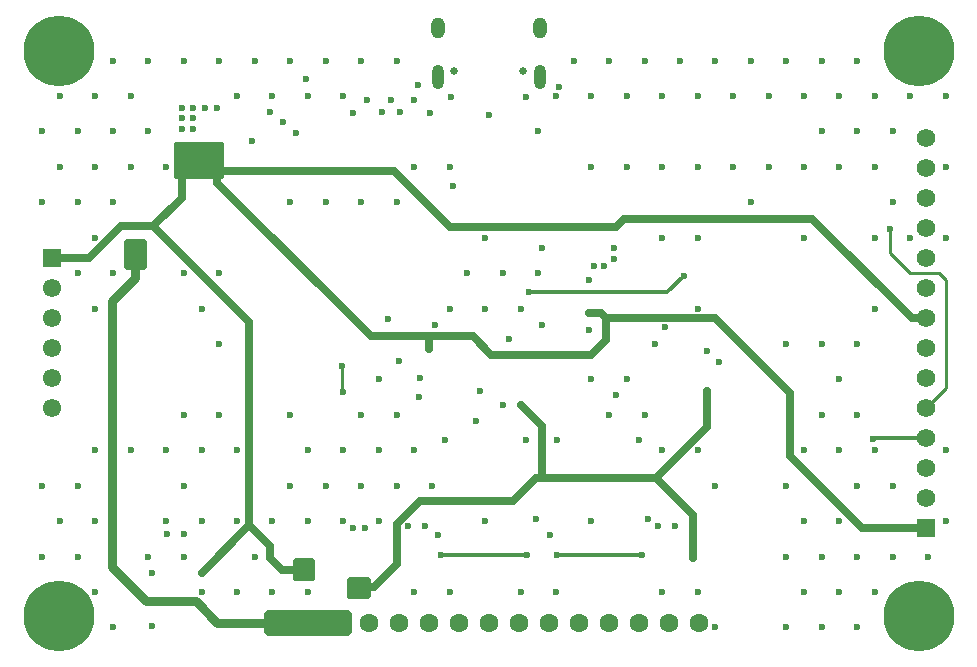
<source format=gbl>
G04*
G04 #@! TF.GenerationSoftware,Altium Limited,Altium Designer,26.1.1 (7)*
G04*
G04 Layer_Physical_Order=4*
G04 Layer_Color=16711680*
%FSLAX25Y25*%
%MOIN*%
G70*
G04*
G04 #@! TF.SameCoordinates,80A9187B-927A-44A2-B289-347268ADEE1A*
G04*
G04*
G04 #@! TF.FilePolarity,Positive*
G04*
G01*
G75*
%ADD10C,0.00984*%
%ADD48R,0.06181X0.06181*%
%ADD49C,0.06181*%
%ADD54C,0.03150*%
%ADD55C,0.02756*%
%ADD56C,0.01374*%
%ADD59O,0.03937X0.08268*%
%ADD60C,0.02559*%
%ADD61O,0.04724X0.07087*%
%ADD62R,0.06102X0.06102*%
%ADD63C,0.06102*%
%ADD64C,0.06299*%
G04:AMPARAMS|DCode=65|XSize=62.99mil|YSize=62.99mil|CornerRadius=15.75mil|HoleSize=0mil|Usage=FLASHONLY|Rotation=0.000|XOffset=0mil|YOffset=0mil|HoleType=Round|Shape=RoundedRectangle|*
%AMROUNDEDRECTD65*
21,1,0.06299,0.03150,0,0,0.0*
21,1,0.03150,0.06299,0,0,0.0*
1,1,0.03150,0.01575,-0.01575*
1,1,0.03150,-0.01575,-0.01575*
1,1,0.03150,-0.01575,0.01575*
1,1,0.03150,0.01575,0.01575*
%
%ADD65ROUNDEDRECTD65*%
%ADD66C,0.23622*%
%ADD67C,0.02362*%
G36*
X69291Y171653D02*
X69291Y160236D01*
X68898Y159843D01*
X53150D01*
X52756Y160236D01*
X52756Y171653D01*
X53150Y172047D01*
X68898D01*
X69291Y171653D01*
D02*
G37*
G36*
X43701Y138976D02*
X43701Y130315D01*
X42913Y129528D01*
X36614D01*
X35827Y130315D01*
Y138976D01*
X36614Y139764D01*
X42913Y139764D01*
X43701Y138976D01*
D02*
G37*
G36*
X98819Y33465D02*
X99606Y32677D01*
X99606Y26378D01*
X98819Y25591D01*
X92913D01*
X92126Y26378D01*
X92126Y32677D01*
X92913Y33465D01*
X98819Y33465D01*
D02*
G37*
G36*
X118110Y26378D02*
X118110Y20472D01*
X117323Y19685D01*
X111024Y19685D01*
X110236Y20472D01*
X110236Y26378D01*
X111024Y27165D01*
X117323Y27165D01*
X118110Y26378D01*
D02*
G37*
G36*
X111811Y14961D02*
Y8661D01*
X110630Y7480D01*
X83858D01*
X82677Y8661D01*
X82677Y14961D01*
X83858Y16142D01*
X110630D01*
X111811Y14961D01*
D02*
G37*
D10*
X298031Y128347D02*
X307480D01*
X309842Y125984D01*
Y89961D02*
Y125984D01*
X291339Y135039D02*
Y142913D01*
Y135039D02*
X298031Y128347D01*
X303150Y83268D02*
X309842Y89961D01*
X108760Y88681D02*
Y97342D01*
Y88681D02*
X108858Y88583D01*
D48*
X303150Y43268D02*
D03*
D49*
Y53268D02*
D03*
Y63268D02*
D03*
Y73268D02*
D03*
Y83268D02*
D03*
Y93268D02*
D03*
Y103268D02*
D03*
Y113268D02*
D03*
Y123268D02*
D03*
Y133268D02*
D03*
Y143268D02*
D03*
Y153268D02*
D03*
Y163268D02*
D03*
Y173268D02*
D03*
D54*
X66929Y11811D02*
X87480D01*
X59842Y18898D02*
X66929Y11811D01*
X39764Y131178D02*
X40082Y131496D01*
X41732D01*
X39764Y126772D02*
Y132359D01*
X31890Y118898D02*
X39764Y126772D01*
X31890Y30315D02*
Y118898D01*
Y30315D02*
X43307Y18898D01*
X59842D01*
X87480Y11811D02*
X97480D01*
X107480D01*
D55*
X265354Y146457D02*
X298494Y113317D01*
X202559Y146457D02*
X265354D01*
X199803Y143701D02*
X202559Y146457D01*
X298494Y113317D02*
X303100D01*
X303150Y113268D01*
X210630Y60039D02*
X213189D01*
X175197D02*
X210630D01*
X175197D02*
Y77362D01*
X115354Y23819D02*
X119286D01*
X118194Y107283D02*
X123031D01*
X126015Y162370D02*
X134843Y153543D01*
X66929Y158548D02*
Y162205D01*
Y158548D02*
X118194Y107283D01*
X144685Y143701D02*
X199803D01*
X233032Y113386D02*
X257874Y88543D01*
X137598Y107283D02*
X152165D01*
X158268Y101181D01*
X257874Y67323D02*
Y88543D01*
X123031Y107283D02*
X137598D01*
X196653Y113386D02*
X233032D01*
X257874Y67323D02*
X281929Y43268D01*
X158268Y101181D02*
X191732D01*
X196653Y106102D01*
X66929Y162205D02*
X67095Y162370D01*
X134843Y153543D02*
X144685Y143701D01*
X137598Y103150D02*
Y107283D01*
X196653Y106102D02*
Y113386D01*
X194882Y115157D02*
X196653Y113386D01*
X281929Y43268D02*
X303150D01*
X67095Y162370D02*
X126015D01*
X190945Y115157D02*
X194882D01*
X55118Y153543D02*
Y162205D01*
X94095Y27559D02*
Y27953D01*
X88583Y29528D02*
X92520D01*
X94095Y27953D01*
X225590Y33465D02*
Y47638D01*
X213189Y60039D02*
X230315Y77165D01*
X126901Y31434D02*
Y44741D01*
X119286Y23819D02*
X126901Y31434D01*
X213189Y60039D02*
X225590Y47638D01*
X230315Y77165D02*
Y88976D01*
X165545Y52356D02*
X173228Y60039D01*
X175197D01*
X168307Y84252D02*
X175197Y77362D01*
X134516Y52356D02*
X165545D01*
X126901Y44741D02*
X134516Y52356D01*
X84646Y33465D02*
Y37402D01*
Y33465D02*
X88583Y29528D01*
X81939Y40108D02*
X84646Y37402D01*
X81939Y40108D02*
X81939D01*
X77756Y44291D02*
X81939Y40108D01*
X77756Y44291D02*
Y104331D01*
Y112205D01*
X62008Y28543D02*
X77756Y44291D01*
X11811Y133268D02*
X24163D01*
X35089Y144193D01*
X45768D01*
X55118Y153543D01*
X45768Y144193D02*
X77756Y112205D01*
D56*
X170984Y122047D02*
X216929D01*
X222441Y127559D01*
X180118Y34449D02*
X208760D01*
X141732D02*
X170276D01*
X285531Y73228D02*
X285551Y73248D01*
X303130D01*
X303150Y73268D01*
D59*
X140472Y193691D02*
D03*
X174488D02*
D03*
D60*
X168858Y195659D02*
D03*
X146102D02*
D03*
D61*
X174488Y210148D02*
D03*
X140472D02*
D03*
D62*
X11811Y133268D02*
D03*
D63*
Y123268D02*
D03*
Y113268D02*
D03*
Y103268D02*
D03*
Y93268D02*
D03*
Y83268D02*
D03*
D64*
X197480Y11811D02*
D03*
X187480D02*
D03*
X177480D02*
D03*
X157480D02*
D03*
X147480D02*
D03*
X127480D02*
D03*
X107480D02*
D03*
X97480D02*
D03*
X117480D02*
D03*
X137480D02*
D03*
X167480D02*
D03*
X207480D02*
D03*
X217480D02*
D03*
X227480D02*
D03*
D65*
X87480D02*
D03*
D66*
X300787Y202362D02*
D03*
Y14173D02*
D03*
X14173D02*
D03*
Y202362D02*
D03*
D67*
X291339Y142913D02*
D03*
X309842Y187401D02*
D03*
Y163779D02*
D03*
Y140157D02*
D03*
Y69291D02*
D03*
Y45669D02*
D03*
X303937Y33858D02*
D03*
X298031Y187401D02*
D03*
X292126Y175590D02*
D03*
Y151968D02*
D03*
X298031Y140157D02*
D03*
X292126Y57480D02*
D03*
Y33858D02*
D03*
X280315Y199213D02*
D03*
X286220Y187401D02*
D03*
X280315Y175590D02*
D03*
X286220Y163779D02*
D03*
Y140157D02*
D03*
Y116535D02*
D03*
X280315Y104724D02*
D03*
Y81102D02*
D03*
X286220Y69291D02*
D03*
X280315Y57480D02*
D03*
Y33858D02*
D03*
X286220Y22047D02*
D03*
X280315Y10236D02*
D03*
X268504Y199213D02*
D03*
X274409Y187401D02*
D03*
X268504Y175590D02*
D03*
X274409Y163779D02*
D03*
X268504Y104724D02*
D03*
X274409Y92913D02*
D03*
X268504Y81102D02*
D03*
X274409Y69291D02*
D03*
Y45669D02*
D03*
X268504Y33858D02*
D03*
X274409Y22047D02*
D03*
X268504Y10236D02*
D03*
X256693Y199213D02*
D03*
X262598Y187401D02*
D03*
Y163779D02*
D03*
Y140157D02*
D03*
X256693Y104724D02*
D03*
X262598Y69291D02*
D03*
X256693Y57480D02*
D03*
X262598Y45669D02*
D03*
X256693Y33858D02*
D03*
X262598Y22047D02*
D03*
X256693Y10236D02*
D03*
X244882Y199213D02*
D03*
X250787Y187401D02*
D03*
Y163779D02*
D03*
X244882Y151968D02*
D03*
X233071Y199213D02*
D03*
X238976Y187401D02*
D03*
Y163779D02*
D03*
X233071Y57480D02*
D03*
Y10236D02*
D03*
X221260Y199213D02*
D03*
X227165Y187401D02*
D03*
Y163779D02*
D03*
Y140157D02*
D03*
Y116535D02*
D03*
Y69291D02*
D03*
Y22047D02*
D03*
X209449Y199213D02*
D03*
X215354Y187401D02*
D03*
Y163779D02*
D03*
Y140157D02*
D03*
X209449Y81102D02*
D03*
X215354Y69291D02*
D03*
Y22047D02*
D03*
X197638Y199213D02*
D03*
X203543Y187401D02*
D03*
Y163779D02*
D03*
Y92913D02*
D03*
X197638Y81102D02*
D03*
X185827Y199213D02*
D03*
X191732Y187401D02*
D03*
Y163779D02*
D03*
Y92913D02*
D03*
Y45669D02*
D03*
X179921Y187401D02*
D03*
X174016Y175590D02*
D03*
Y128346D02*
D03*
X179921Y22047D02*
D03*
X162205Y128346D02*
D03*
X168110Y116535D02*
D03*
Y22047D02*
D03*
X156299Y140157D02*
D03*
X150394Y128346D02*
D03*
X156299Y116535D02*
D03*
Y45669D02*
D03*
X144488Y163779D02*
D03*
Y116535D02*
D03*
X138583Y57480D02*
D03*
X144488Y22047D02*
D03*
X126772Y199213D02*
D03*
X132677Y163779D02*
D03*
X126772Y151968D02*
D03*
Y81102D02*
D03*
X132677Y69291D02*
D03*
X126772Y57480D02*
D03*
X132677Y22047D02*
D03*
X114961Y199213D02*
D03*
Y151968D02*
D03*
X120866Y92913D02*
D03*
X114961Y81102D02*
D03*
X120866Y69291D02*
D03*
X114961Y57480D02*
D03*
X120866Y45669D02*
D03*
X103149Y199213D02*
D03*
X109055Y187401D02*
D03*
X103149Y151968D02*
D03*
X109055Y69291D02*
D03*
X103149Y57480D02*
D03*
X109055Y45669D02*
D03*
X91338Y199213D02*
D03*
X97244Y187401D02*
D03*
X91338Y151968D02*
D03*
Y81102D02*
D03*
X97244Y69291D02*
D03*
X91338Y57480D02*
D03*
X97244Y45669D02*
D03*
Y22047D02*
D03*
X79527Y199213D02*
D03*
X85433Y187401D02*
D03*
Y45669D02*
D03*
X79527Y33858D02*
D03*
X85433Y22047D02*
D03*
X67716Y199213D02*
D03*
X73622Y187401D02*
D03*
X67716Y128346D02*
D03*
Y104724D02*
D03*
Y81102D02*
D03*
X73622Y69291D02*
D03*
Y45669D02*
D03*
Y22047D02*
D03*
X55905Y199213D02*
D03*
Y128346D02*
D03*
X61811Y116535D02*
D03*
X55905Y81102D02*
D03*
X61811Y69291D02*
D03*
X55905Y57480D02*
D03*
X61811Y45669D02*
D03*
X55905Y33858D02*
D03*
X61811Y22047D02*
D03*
X44094Y199213D02*
D03*
Y175590D02*
D03*
X50000Y163779D02*
D03*
Y69291D02*
D03*
Y45669D02*
D03*
X44094Y33858D02*
D03*
X32283Y199213D02*
D03*
X38189Y187401D02*
D03*
X32283Y175590D02*
D03*
X38189Y163779D02*
D03*
X32283Y151968D02*
D03*
Y128346D02*
D03*
X38189Y69291D02*
D03*
X32283Y10236D02*
D03*
X26378Y187401D02*
D03*
X20472Y175590D02*
D03*
X26378Y163779D02*
D03*
X20472Y151968D02*
D03*
X26378Y140157D02*
D03*
X20472Y128346D02*
D03*
X26378Y116535D02*
D03*
Y69291D02*
D03*
X20472Y57480D02*
D03*
X26378Y45669D02*
D03*
X20472Y33858D02*
D03*
X26378Y22047D02*
D03*
X14567Y187401D02*
D03*
X8661Y175590D02*
D03*
X14567Y163779D02*
D03*
X8661Y151968D02*
D03*
Y57480D02*
D03*
X14567Y45669D02*
D03*
X8661Y33858D02*
D03*
X230315Y102362D02*
D03*
X234252Y98819D02*
D03*
X132677Y186221D02*
D03*
X124803D02*
D03*
X137795Y181890D02*
D03*
X112205D02*
D03*
X116929Y186221D02*
D03*
X88976Y178740D02*
D03*
X93307Y175197D02*
D03*
X55118Y176378D02*
D03*
X59055D02*
D03*
X55118Y179921D02*
D03*
X59055D02*
D03*
X55118Y183465D02*
D03*
X59055D02*
D03*
X62992D02*
D03*
X66929D02*
D03*
X59055Y169291D02*
D03*
X55118D02*
D03*
Y165748D02*
D03*
X59055D02*
D03*
X66929Y162205D02*
D03*
X55118D02*
D03*
X59055D02*
D03*
X62992D02*
D03*
X78740Y172441D02*
D03*
X196063Y130709D02*
D03*
X199213Y136614D02*
D03*
Y133071D02*
D03*
X192520Y130709D02*
D03*
X181102Y190551D02*
D03*
X41732Y134646D02*
D03*
X37795D02*
D03*
Y131496D02*
D03*
X41732D02*
D03*
X94095Y27559D02*
D03*
Y31496D02*
D03*
X116142Y21654D02*
D03*
X112205D02*
D03*
X116142Y24803D02*
D03*
X112205D02*
D03*
X41732Y137795D02*
D03*
X37795D02*
D03*
X133858Y190945D02*
D03*
X144882Y187008D02*
D03*
X170079D02*
D03*
X137598Y103150D02*
D03*
X230315Y88976D02*
D03*
X225590Y33465D02*
D03*
X168307Y84252D02*
D03*
X162402D02*
D03*
X210630Y60039D02*
D03*
X97441Y27559D02*
D03*
Y31496D02*
D03*
X173228Y60039D02*
D03*
X112205Y43307D02*
D03*
X116142D02*
D03*
X208760Y34449D02*
D03*
X180118D02*
D03*
X141732D02*
D03*
X170276D02*
D03*
X62008Y28543D02*
D03*
X77756Y104331D02*
D03*
X96457Y192913D02*
D03*
X134843Y153543D02*
D03*
X190945Y115157D02*
D03*
X199803Y143701D02*
D03*
X123031Y107283D02*
D03*
X175197Y136811D02*
D03*
Y111221D02*
D03*
X139764D02*
D03*
X164370Y106299D02*
D03*
X122047Y182087D02*
D03*
X127953D02*
D03*
X84646Y181988D02*
D03*
X285531Y73228D02*
D03*
X108760Y97342D02*
D03*
X108858Y88583D02*
D03*
X222441Y127559D02*
D03*
X170866Y122047D02*
D03*
X190945Y109252D02*
D03*
X134646Y93307D02*
D03*
X134252Y87008D02*
D03*
X153150Y79134D02*
D03*
X142913Y72835D02*
D03*
X170079D02*
D03*
X207480D02*
D03*
X180315D02*
D03*
X173228Y46457D02*
D03*
X56102Y41339D02*
D03*
X50197D02*
D03*
X45276Y10827D02*
D03*
Y28543D02*
D03*
X157480Y181102D02*
D03*
X219685Y44094D02*
D03*
X213779D02*
D03*
X130709D02*
D03*
X136221D02*
D03*
X212992Y104724D02*
D03*
X200000Y87795D02*
D03*
X216142Y110236D02*
D03*
X154528Y88976D02*
D03*
X210630Y46457D02*
D03*
X177953Y40945D02*
D03*
X140551D02*
D03*
X127756Y99213D02*
D03*
X145669Y157480D02*
D03*
X124016Y113189D02*
D03*
X190945Y125984D02*
D03*
M02*

</source>
